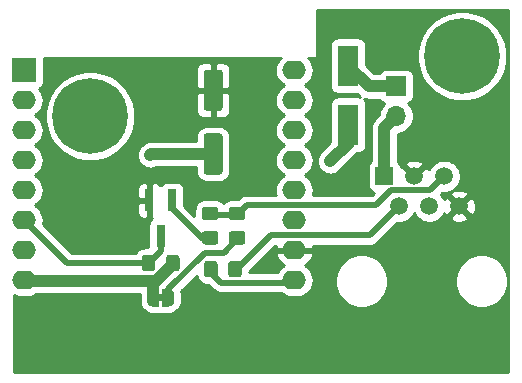
<source format=gbr>
%TF.GenerationSoftware,KiCad,Pcbnew,(5.1.9)-1*%
%TF.CreationDate,2021-10-26T11:54:14+02:00*%
%TF.ProjectId,DSMR-esp,44534d52-2d65-4737-902e-6b696361645f,rev?*%
%TF.SameCoordinates,Original*%
%TF.FileFunction,Copper,L1,Top*%
%TF.FilePolarity,Positive*%
%FSLAX46Y46*%
G04 Gerber Fmt 4.6, Leading zero omitted, Abs format (unit mm)*
G04 Created by KiCad (PCBNEW (5.1.9)-1) date 2021-10-26 11:54:14*
%MOMM*%
%LPD*%
G01*
G04 APERTURE LIST*
%TA.AperFunction,EtchedComponent*%
%ADD10C,0.100000*%
%TD*%
%TA.AperFunction,ComponentPad*%
%ADD11O,1.700000X1.700000*%
%TD*%
%TA.AperFunction,ComponentPad*%
%ADD12R,1.700000X1.700000*%
%TD*%
%TA.AperFunction,ComponentPad*%
%ADD13C,0.800000*%
%TD*%
%TA.AperFunction,ComponentPad*%
%ADD14C,6.400000*%
%TD*%
%TA.AperFunction,SMDPad,CuDef*%
%ADD15R,0.800000X1.900000*%
%TD*%
%TA.AperFunction,SMDPad,CuDef*%
%ADD16R,1.800000X3.500000*%
%TD*%
%TA.AperFunction,ComponentPad*%
%ADD17O,2.000000X1.600000*%
%TD*%
%TA.AperFunction,ComponentPad*%
%ADD18R,2.000000X2.000000*%
%TD*%
%TA.AperFunction,SMDPad,CuDef*%
%ADD19C,0.100000*%
%TD*%
%TA.AperFunction,ComponentPad*%
%ADD20R,1.520000X1.520000*%
%TD*%
%TA.AperFunction,ComponentPad*%
%ADD21C,1.520000*%
%TD*%
%TA.AperFunction,ViaPad*%
%ADD22C,0.800000*%
%TD*%
%TA.AperFunction,Conductor*%
%ADD23C,0.500000*%
%TD*%
%TA.AperFunction,Conductor*%
%ADD24C,1.000000*%
%TD*%
%TA.AperFunction,Conductor*%
%ADD25C,0.254000*%
%TD*%
%TA.AperFunction,Conductor*%
%ADD26C,0.100000*%
%TD*%
G04 APERTURE END LIST*
D10*
%TO.C,JP1*%
G36*
X42287000Y-52659000D02*
G01*
X41787000Y-52659000D01*
X41787000Y-53259000D01*
X42287000Y-53259000D01*
X42287000Y-52659000D01*
G37*
%TD*%
D11*
%TO.P,JP2,2*%
%TO.N,5V_DSMR*%
X61976000Y-37592000D03*
D12*
%TO.P,JP2,1*%
%TO.N,Net-(D1-Pad2)*%
X61976000Y-35052000D03*
%TD*%
D13*
%TO.P,H2,1*%
%TO.N,N/C*%
X69261056Y-30814944D03*
X67564000Y-30112000D03*
X65866944Y-30814944D03*
X65164000Y-32512000D03*
X65866944Y-34209056D03*
X67564000Y-34912000D03*
X69261056Y-34209056D03*
X69964000Y-32512000D03*
D14*
X67564000Y-32512000D03*
%TD*%
D13*
%TO.P,H1,1*%
%TO.N,N/C*%
X37765056Y-35894944D03*
X36068000Y-35192000D03*
X34370944Y-35894944D03*
X33668000Y-37592000D03*
X34370944Y-39289056D03*
X36068000Y-39992000D03*
X37765056Y-39289056D03*
X38468000Y-37592000D03*
D14*
X36068000Y-37592000D03*
%TD*%
D15*
%TO.P,Q1,3*%
%TO.N,RX*%
X42037000Y-47728000D03*
%TO.P,Q1,2*%
%TO.N,GND*%
X41087000Y-44728000D03*
%TO.P,Q1,1*%
%TO.N,Net-(Q1-Pad1)*%
X42987000Y-44728000D03*
%TD*%
D16*
%TO.P,D1,2*%
%TO.N,Net-(D1-Pad2)*%
X57912000Y-33314000D03*
%TO.P,D1,1*%
%TO.N,+5V*%
X57912000Y-38314000D03*
%TD*%
%TO.P,R4,2*%
%TO.N,+5V*%
%TA.AperFunction,SMDPad,CuDef*%
G36*
G01*
X46857500Y-50095999D02*
X46857500Y-50996001D01*
G75*
G02*
X46607501Y-51246000I-249999J0D01*
G01*
X45957499Y-51246000D01*
G75*
G02*
X45707500Y-50996001I0J249999D01*
G01*
X45707500Y-50095999D01*
G75*
G02*
X45957499Y-49846000I249999J0D01*
G01*
X46607501Y-49846000D01*
G75*
G02*
X46857500Y-50095999I0J-249999D01*
G01*
G37*
%TD.AperFunction*%
%TO.P,R4,1*%
%TO.N,DATA_REQ*%
%TA.AperFunction,SMDPad,CuDef*%
G36*
G01*
X48907500Y-50095999D02*
X48907500Y-50996001D01*
G75*
G02*
X48657501Y-51246000I-249999J0D01*
G01*
X48007499Y-51246000D01*
G75*
G02*
X47757500Y-50996001I0J249999D01*
G01*
X47757500Y-50095999D01*
G75*
G02*
X48007499Y-49846000I249999J0D01*
G01*
X48657501Y-49846000D01*
G75*
G02*
X48907500Y-50095999I0J-249999D01*
G01*
G37*
%TD.AperFunction*%
%TD*%
%TO.P,C1,2*%
%TO.N,GND*%
%TA.AperFunction,SMDPad,CuDef*%
G36*
G01*
X47032000Y-37150000D02*
X45932000Y-37150000D01*
G75*
G02*
X45682000Y-36900000I0J250000D01*
G01*
X45682000Y-33900000D01*
G75*
G02*
X45932000Y-33650000I250000J0D01*
G01*
X47032000Y-33650000D01*
G75*
G02*
X47282000Y-33900000I0J-250000D01*
G01*
X47282000Y-36900000D01*
G75*
G02*
X47032000Y-37150000I-250000J0D01*
G01*
G37*
%TD.AperFunction*%
%TO.P,C1,1*%
%TO.N,+3V3*%
%TA.AperFunction,SMDPad,CuDef*%
G36*
G01*
X47032000Y-42550000D02*
X45932000Y-42550000D01*
G75*
G02*
X45682000Y-42300000I0J250000D01*
G01*
X45682000Y-39300000D01*
G75*
G02*
X45932000Y-39050000I250000J0D01*
G01*
X47032000Y-39050000D01*
G75*
G02*
X47282000Y-39300000I0J-250000D01*
G01*
X47282000Y-42300000D01*
G75*
G02*
X47032000Y-42550000I-250000J0D01*
G01*
G37*
%TD.AperFunction*%
%TD*%
D17*
%TO.P,U1,16*%
%TO.N,N/C*%
X53361000Y-33702000D03*
%TO.P,U1,15*%
X53361000Y-36242000D03*
%TO.P,U1,14*%
X53361000Y-38782000D03*
%TO.P,U1,13*%
X53361000Y-41322000D03*
%TO.P,U1,12*%
X53361000Y-43862000D03*
%TO.P,U1,11*%
X53361000Y-46402000D03*
%TO.P,U1,10*%
%TO.N,GND*%
X53361000Y-48942000D03*
%TO.P,U1,9*%
%TO.N,+5V*%
X53361000Y-51482000D03*
%TO.P,U1,8*%
%TO.N,+3V3*%
X30501000Y-51482000D03*
%TO.P,U1,7*%
%TO.N,N/C*%
X30501000Y-48942000D03*
%TO.P,U1,6*%
%TO.N,RX*%
X30501000Y-46402000D03*
%TO.P,U1,5*%
%TO.N,N/C*%
X30501000Y-43862000D03*
%TO.P,U1,4*%
X30501000Y-41322000D03*
%TO.P,U1,3*%
X30501000Y-38782000D03*
D18*
%TO.P,U1,1*%
X30501000Y-33702000D03*
D17*
%TO.P,U1,2*%
X30501000Y-36242000D03*
%TD*%
%TO.P,R3,2*%
%TO.N,Net-(JP1-Pad2)*%
%TA.AperFunction,SMDPad,CuDef*%
G36*
G01*
X48063999Y-47313000D02*
X48964001Y-47313000D01*
G75*
G02*
X49214000Y-47562999I0J-249999D01*
G01*
X49214000Y-48213001D01*
G75*
G02*
X48964001Y-48463000I-249999J0D01*
G01*
X48063999Y-48463000D01*
G75*
G02*
X47814000Y-48213001I0J249999D01*
G01*
X47814000Y-47562999D01*
G75*
G02*
X48063999Y-47313000I249999J0D01*
G01*
G37*
%TD.AperFunction*%
%TO.P,R3,1*%
%TO.N,DATA*%
%TA.AperFunction,SMDPad,CuDef*%
G36*
G01*
X48063999Y-45263000D02*
X48964001Y-45263000D01*
G75*
G02*
X49214000Y-45512999I0J-249999D01*
G01*
X49214000Y-46163001D01*
G75*
G02*
X48964001Y-46413000I-249999J0D01*
G01*
X48063999Y-46413000D01*
G75*
G02*
X47814000Y-46163001I0J249999D01*
G01*
X47814000Y-45512999D01*
G75*
G02*
X48063999Y-45263000I249999J0D01*
G01*
G37*
%TD.AperFunction*%
%TD*%
%TO.P,R2,2*%
%TO.N,Net-(Q1-Pad1)*%
%TA.AperFunction,SMDPad,CuDef*%
G36*
G01*
X45777999Y-47313000D02*
X46678001Y-47313000D01*
G75*
G02*
X46928000Y-47562999I0J-249999D01*
G01*
X46928000Y-48213001D01*
G75*
G02*
X46678001Y-48463000I-249999J0D01*
G01*
X45777999Y-48463000D01*
G75*
G02*
X45528000Y-48213001I0J249999D01*
G01*
X45528000Y-47562999D01*
G75*
G02*
X45777999Y-47313000I249999J0D01*
G01*
G37*
%TD.AperFunction*%
%TO.P,R2,1*%
%TO.N,DATA*%
%TA.AperFunction,SMDPad,CuDef*%
G36*
G01*
X45777999Y-45263000D02*
X46678001Y-45263000D01*
G75*
G02*
X46928000Y-45512999I0J-249999D01*
G01*
X46928000Y-46163001D01*
G75*
G02*
X46678001Y-46413000I-249999J0D01*
G01*
X45777999Y-46413000D01*
G75*
G02*
X45528000Y-46163001I0J249999D01*
G01*
X45528000Y-45512999D01*
G75*
G02*
X45777999Y-45263000I249999J0D01*
G01*
G37*
%TD.AperFunction*%
%TD*%
%TO.P,R1,2*%
%TO.N,+3V3*%
%TA.AperFunction,SMDPad,CuDef*%
G36*
G01*
X42487000Y-50488001D02*
X42487000Y-49587999D01*
G75*
G02*
X42736999Y-49338000I249999J0D01*
G01*
X43387001Y-49338000D01*
G75*
G02*
X43637000Y-49587999I0J-249999D01*
G01*
X43637000Y-50488001D01*
G75*
G02*
X43387001Y-50738000I-249999J0D01*
G01*
X42736999Y-50738000D01*
G75*
G02*
X42487000Y-50488001I0J249999D01*
G01*
G37*
%TD.AperFunction*%
%TO.P,R1,1*%
%TO.N,RX*%
%TA.AperFunction,SMDPad,CuDef*%
G36*
G01*
X40437000Y-50488001D02*
X40437000Y-49587999D01*
G75*
G02*
X40686999Y-49338000I249999J0D01*
G01*
X41337001Y-49338000D01*
G75*
G02*
X41587000Y-49587999I0J-249999D01*
G01*
X41587000Y-50488001D01*
G75*
G02*
X41337001Y-50738000I-249999J0D01*
G01*
X40686999Y-50738000D01*
G75*
G02*
X40437000Y-50488001I0J249999D01*
G01*
G37*
%TD.AperFunction*%
%TD*%
%TA.AperFunction,SMDPad,CuDef*%
D19*
%TO.P,JP1,1*%
%TO.N,+3V3*%
G36*
X41887000Y-53709000D02*
G01*
X41387000Y-53709000D01*
X41387000Y-53708398D01*
X41362466Y-53708398D01*
X41313635Y-53703588D01*
X41265510Y-53694016D01*
X41218555Y-53679772D01*
X41173222Y-53660995D01*
X41129949Y-53637864D01*
X41089150Y-53610604D01*
X41051221Y-53579476D01*
X41016524Y-53544779D01*
X40985396Y-53506850D01*
X40958136Y-53466051D01*
X40935005Y-53422778D01*
X40916228Y-53377445D01*
X40901984Y-53330490D01*
X40892412Y-53282365D01*
X40887602Y-53233534D01*
X40887602Y-53209000D01*
X40887000Y-53209000D01*
X40887000Y-52709000D01*
X40887602Y-52709000D01*
X40887602Y-52684466D01*
X40892412Y-52635635D01*
X40901984Y-52587510D01*
X40916228Y-52540555D01*
X40935005Y-52495222D01*
X40958136Y-52451949D01*
X40985396Y-52411150D01*
X41016524Y-52373221D01*
X41051221Y-52338524D01*
X41089150Y-52307396D01*
X41129949Y-52280136D01*
X41173222Y-52257005D01*
X41218555Y-52238228D01*
X41265510Y-52223984D01*
X41313635Y-52214412D01*
X41362466Y-52209602D01*
X41387000Y-52209602D01*
X41387000Y-52209000D01*
X41887000Y-52209000D01*
X41887000Y-53709000D01*
G37*
%TD.AperFunction*%
%TA.AperFunction,SMDPad,CuDef*%
%TO.P,JP1,2*%
%TO.N,Net-(JP1-Pad2)*%
G36*
X42687000Y-52209602D02*
G01*
X42711534Y-52209602D01*
X42760365Y-52214412D01*
X42808490Y-52223984D01*
X42855445Y-52238228D01*
X42900778Y-52257005D01*
X42944051Y-52280136D01*
X42984850Y-52307396D01*
X43022779Y-52338524D01*
X43057476Y-52373221D01*
X43088604Y-52411150D01*
X43115864Y-52451949D01*
X43138995Y-52495222D01*
X43157772Y-52540555D01*
X43172016Y-52587510D01*
X43181588Y-52635635D01*
X43186398Y-52684466D01*
X43186398Y-52709000D01*
X43187000Y-52709000D01*
X43187000Y-53209000D01*
X43186398Y-53209000D01*
X43186398Y-53233534D01*
X43181588Y-53282365D01*
X43172016Y-53330490D01*
X43157772Y-53377445D01*
X43138995Y-53422778D01*
X43115864Y-53466051D01*
X43088604Y-53506850D01*
X43057476Y-53544779D01*
X43022779Y-53579476D01*
X42984850Y-53610604D01*
X42944051Y-53637864D01*
X42900778Y-53660995D01*
X42855445Y-53679772D01*
X42808490Y-53694016D01*
X42760365Y-53703588D01*
X42711534Y-53708398D01*
X42687000Y-53708398D01*
X42687000Y-53709000D01*
X42187000Y-53709000D01*
X42187000Y-52209000D01*
X42687000Y-52209000D01*
X42687000Y-52209602D01*
G37*
%TD.AperFunction*%
%TD*%
D20*
%TO.P,J1,1*%
%TO.N,5V_DSMR*%
X60960000Y-42672000D03*
D21*
%TO.P,J1,2*%
%TO.N,DATA_REQ*%
X62230000Y-45212000D03*
%TO.P,J1,3*%
%TO.N,GND*%
X63500000Y-42672000D03*
%TO.P,J1,4*%
%TO.N,N/C*%
X64770000Y-45212000D03*
%TO.P,J1,5*%
%TO.N,DATA*%
X66040000Y-42672000D03*
%TO.P,J1,6*%
%TO.N,GND*%
X67310000Y-45212000D03*
%TD*%
D22*
%TO.N,GND*%
X39624000Y-44704000D03*
X33020000Y-46482000D03*
X39370000Y-53340000D03*
X32258000Y-53340000D03*
X51435000Y-50165000D03*
%TO.N,+3V3*%
X41148000Y-40894000D03*
%TO.N,+5V*%
X56387998Y-41402000D03*
%TD*%
D23*
%TO.N,DATA_REQ*%
X51384200Y-47675800D02*
X48514000Y-50546000D01*
X48514000Y-50546000D02*
X48332500Y-50546000D01*
X59766200Y-47675800D02*
X51384200Y-47675800D01*
X62230000Y-45212000D02*
X59766200Y-47675800D01*
%TO.N,DATA*%
X49366990Y-45112010D02*
X48514000Y-45965000D01*
X60297990Y-45112010D02*
X49366990Y-45112010D01*
X48514000Y-45965000D02*
X46228000Y-45965000D01*
X61527999Y-43882001D02*
X60297990Y-45112010D01*
X64829999Y-43882001D02*
X61527999Y-43882001D01*
X66040000Y-42672000D02*
X64829999Y-43882001D01*
%TO.N,Net-(JP1-Pad2)*%
X47380000Y-49149000D02*
X48514000Y-48015000D01*
X45768117Y-49149000D02*
X47380000Y-49149000D01*
X42687000Y-52230117D02*
X45768117Y-49149000D01*
X42687000Y-52959000D02*
X42687000Y-52230117D01*
%TO.N,RX*%
X41003000Y-50038000D02*
X34137000Y-50038000D01*
X41012000Y-50029000D02*
X41003000Y-50038000D01*
X34137000Y-50038000D02*
X30501000Y-46402000D01*
X41012000Y-50038000D02*
X41012000Y-50029000D01*
X42037000Y-49013000D02*
X41012000Y-50038000D01*
X42037000Y-47990000D02*
X42037000Y-49013000D01*
%TO.N,Net-(Q1-Pad1)*%
X45602000Y-48015000D02*
X46228000Y-48015000D01*
X42987000Y-45400000D02*
X45602000Y-48015000D01*
X42987000Y-44728000D02*
X42987000Y-45400000D01*
D24*
%TO.N,+3V3*%
X41387000Y-52959000D02*
X41387000Y-51713000D01*
X30530200Y-51511200D02*
X41588800Y-51511200D01*
X30501000Y-51482000D02*
X30530200Y-51511200D01*
X46482000Y-40800000D02*
X41242000Y-40800000D01*
X41242000Y-40800000D02*
X41148000Y-40894000D01*
X43062000Y-50106520D02*
X43062000Y-50038000D01*
X41659530Y-51508990D02*
X43062000Y-50106520D01*
X41591010Y-51508990D02*
X41659530Y-51508990D01*
X41387000Y-51713000D02*
X41591010Y-51508990D01*
%TO.N,5V_DSMR*%
X60960000Y-38608000D02*
X61976000Y-37592000D01*
X60960000Y-42672000D02*
X60960000Y-38608000D01*
%TO.N,+5V*%
X57952000Y-39837998D02*
X56387998Y-41402000D01*
X57952000Y-37846000D02*
X57952000Y-39837998D01*
D23*
X53146990Y-51696010D02*
X53361000Y-51482000D01*
X47124010Y-51696010D02*
X53146990Y-51696010D01*
X46282500Y-50854500D02*
X47124010Y-51696010D01*
X46282500Y-50546000D02*
X46282500Y-50854500D01*
D24*
%TO.N,Net-(D1-Pad2)*%
X59650000Y-35052000D02*
X57912000Y-33314000D01*
X61976000Y-35052000D02*
X59650000Y-35052000D01*
%TD*%
D25*
%TO.N,GND*%
X71476000Y-59284000D02*
X29616000Y-59284000D01*
X29616000Y-52742989D01*
X29749192Y-52814182D01*
X30019691Y-52896236D01*
X30230508Y-52917000D01*
X30771492Y-52917000D01*
X30982309Y-52896236D01*
X31252808Y-52814182D01*
X31502101Y-52680932D01*
X31544422Y-52646200D01*
X40252000Y-52646200D01*
X40252000Y-52653249D01*
X40251336Y-52659991D01*
X40251336Y-52684550D01*
X40248928Y-52709000D01*
X40248928Y-53209000D01*
X40251336Y-53233450D01*
X40251336Y-53258009D01*
X40263596Y-53382490D01*
X40282718Y-53478623D01*
X40319027Y-53598319D01*
X40356536Y-53688875D01*
X40415502Y-53799192D01*
X40469958Y-53880691D01*
X40549310Y-53977382D01*
X40618618Y-54046690D01*
X40715309Y-54126042D01*
X40796808Y-54180498D01*
X40907125Y-54239464D01*
X40997681Y-54276973D01*
X41117377Y-54313282D01*
X41213510Y-54332404D01*
X41337991Y-54344664D01*
X41362550Y-54344664D01*
X41387000Y-54347072D01*
X41887000Y-54347072D01*
X42011482Y-54334812D01*
X42037000Y-54327071D01*
X42062518Y-54334812D01*
X42187000Y-54347072D01*
X42687000Y-54347072D01*
X42711450Y-54344664D01*
X42736009Y-54344664D01*
X42860490Y-54332404D01*
X42956623Y-54313282D01*
X43076319Y-54276973D01*
X43166875Y-54239464D01*
X43277192Y-54180498D01*
X43358691Y-54126042D01*
X43455382Y-54046690D01*
X43524690Y-53977382D01*
X43604042Y-53880691D01*
X43658498Y-53799192D01*
X43717464Y-53688875D01*
X43754973Y-53598319D01*
X43791282Y-53478623D01*
X43810404Y-53382490D01*
X43822664Y-53258009D01*
X43822664Y-53233450D01*
X43825072Y-53209000D01*
X43825072Y-52709000D01*
X43822664Y-52684550D01*
X43822664Y-52659991D01*
X43810404Y-52535510D01*
X43791282Y-52439377D01*
X43776860Y-52391835D01*
X45078687Y-51090009D01*
X45086492Y-51169255D01*
X45137028Y-51335851D01*
X45219095Y-51489387D01*
X45329538Y-51623962D01*
X45464113Y-51734405D01*
X45617649Y-51816472D01*
X45784245Y-51867008D01*
X45957499Y-51884072D01*
X46060494Y-51884072D01*
X46467480Y-52291059D01*
X46495193Y-52324827D01*
X46528961Y-52352540D01*
X46528963Y-52352542D01*
X46612531Y-52421125D01*
X46629951Y-52435421D01*
X46783697Y-52517599D01*
X46950520Y-52568205D01*
X47080533Y-52581010D01*
X47080541Y-52581010D01*
X47124010Y-52585291D01*
X47167479Y-52581010D01*
X52238144Y-52581010D01*
X52359899Y-52680932D01*
X52609192Y-52814182D01*
X52879691Y-52896236D01*
X53090508Y-52917000D01*
X53631492Y-52917000D01*
X53842309Y-52896236D01*
X54112808Y-52814182D01*
X54362101Y-52680932D01*
X54580608Y-52501608D01*
X54759932Y-52283101D01*
X54893182Y-52033808D01*
X54975236Y-51763309D01*
X55002943Y-51482000D01*
X54988899Y-51339409D01*
X56790000Y-51339409D01*
X56790000Y-51784591D01*
X56876851Y-52221218D01*
X57047214Y-52632511D01*
X57294544Y-53002666D01*
X57609334Y-53317456D01*
X57979489Y-53564786D01*
X58390782Y-53735149D01*
X58827409Y-53822000D01*
X59272591Y-53822000D01*
X59709218Y-53735149D01*
X60120511Y-53564786D01*
X60490666Y-53317456D01*
X60805456Y-53002666D01*
X61052786Y-52632511D01*
X61223149Y-52221218D01*
X61310000Y-51784591D01*
X61310000Y-51339409D01*
X66950000Y-51339409D01*
X66950000Y-51784591D01*
X67036851Y-52221218D01*
X67207214Y-52632511D01*
X67454544Y-53002666D01*
X67769334Y-53317456D01*
X68139489Y-53564786D01*
X68550782Y-53735149D01*
X68987409Y-53822000D01*
X69432591Y-53822000D01*
X69869218Y-53735149D01*
X70280511Y-53564786D01*
X70650666Y-53317456D01*
X70965456Y-53002666D01*
X71212786Y-52632511D01*
X71383149Y-52221218D01*
X71470000Y-51784591D01*
X71470000Y-51339409D01*
X71383149Y-50902782D01*
X71212786Y-50491489D01*
X70965456Y-50121334D01*
X70650666Y-49806544D01*
X70280511Y-49559214D01*
X69869218Y-49388851D01*
X69432591Y-49302000D01*
X68987409Y-49302000D01*
X68550782Y-49388851D01*
X68139489Y-49559214D01*
X67769334Y-49806544D01*
X67454544Y-50121334D01*
X67207214Y-50491489D01*
X67036851Y-50902782D01*
X66950000Y-51339409D01*
X61310000Y-51339409D01*
X61223149Y-50902782D01*
X61052786Y-50491489D01*
X60805456Y-50121334D01*
X60490666Y-49806544D01*
X60120511Y-49559214D01*
X59709218Y-49388851D01*
X59272591Y-49302000D01*
X58827409Y-49302000D01*
X58390782Y-49388851D01*
X57979489Y-49559214D01*
X57609334Y-49806544D01*
X57294544Y-50121334D01*
X57047214Y-50491489D01*
X56876851Y-50902782D01*
X56790000Y-51339409D01*
X54988899Y-51339409D01*
X54975236Y-51200691D01*
X54893182Y-50930192D01*
X54759932Y-50680899D01*
X54580608Y-50462392D01*
X54362101Y-50283068D01*
X54232655Y-50213878D01*
X54250227Y-50206430D01*
X54483662Y-50047673D01*
X54681639Y-49846425D01*
X54836551Y-49610421D01*
X54942444Y-49348730D01*
X54952904Y-49291039D01*
X54830915Y-49069000D01*
X53488000Y-49069000D01*
X53488000Y-49089000D01*
X53234000Y-49089000D01*
X53234000Y-49069000D01*
X51891085Y-49069000D01*
X51769096Y-49291039D01*
X51779556Y-49348730D01*
X51885449Y-49610421D01*
X52040361Y-49846425D01*
X52238338Y-50047673D01*
X52471773Y-50206430D01*
X52489345Y-50213878D01*
X52359899Y-50283068D01*
X52141392Y-50462392D01*
X51962068Y-50680899D01*
X51892522Y-50811010D01*
X49545572Y-50811010D01*
X49545572Y-50766006D01*
X51750779Y-48560800D01*
X51774927Y-48560800D01*
X51769096Y-48592961D01*
X51891085Y-48815000D01*
X53234000Y-48815000D01*
X53234000Y-48795000D01*
X53488000Y-48795000D01*
X53488000Y-48815000D01*
X54830915Y-48815000D01*
X54952904Y-48592961D01*
X54947073Y-48560800D01*
X59722731Y-48560800D01*
X59766200Y-48565081D01*
X59809669Y-48560800D01*
X59809677Y-48560800D01*
X59939690Y-48547995D01*
X60106513Y-48497389D01*
X60260259Y-48415211D01*
X60395017Y-48304617D01*
X60422734Y-48270844D01*
X62087578Y-46606000D01*
X62092604Y-46607000D01*
X62367396Y-46607000D01*
X62636907Y-46553391D01*
X62890780Y-46448233D01*
X63119261Y-46295567D01*
X63313567Y-46101261D01*
X63466233Y-45872780D01*
X63500000Y-45791260D01*
X63533767Y-45872780D01*
X63686433Y-46101261D01*
X63880739Y-46295567D01*
X64109220Y-46448233D01*
X64363093Y-46553391D01*
X64632604Y-46607000D01*
X64907396Y-46607000D01*
X65176907Y-46553391D01*
X65430780Y-46448233D01*
X65659261Y-46295567D01*
X65778691Y-46176137D01*
X66525469Y-46176137D01*
X66592206Y-46416025D01*
X66840892Y-46532924D01*
X67107606Y-46599061D01*
X67382097Y-46611895D01*
X67653817Y-46570931D01*
X67912326Y-46477744D01*
X68027794Y-46416025D01*
X68094531Y-46176137D01*
X67310000Y-45391605D01*
X66525469Y-46176137D01*
X65778691Y-46176137D01*
X65853567Y-46101261D01*
X66006233Y-45872780D01*
X66037830Y-45796499D01*
X66044256Y-45814326D01*
X66105975Y-45929794D01*
X66345863Y-45996531D01*
X67130395Y-45212000D01*
X67489605Y-45212000D01*
X68274137Y-45996531D01*
X68514025Y-45929794D01*
X68630924Y-45681108D01*
X68697061Y-45414394D01*
X68709895Y-45139903D01*
X68668931Y-44868183D01*
X68575744Y-44609674D01*
X68514025Y-44494206D01*
X68274137Y-44427469D01*
X67489605Y-45212000D01*
X67130395Y-45212000D01*
X66345863Y-44427469D01*
X66105975Y-44494206D01*
X66040400Y-44633707D01*
X66006233Y-44551220D01*
X65853567Y-44322739D01*
X65778691Y-44247863D01*
X66525469Y-44247863D01*
X67310000Y-45032395D01*
X68094531Y-44247863D01*
X68027794Y-44007975D01*
X67779108Y-43891076D01*
X67512394Y-43824939D01*
X67237903Y-43812105D01*
X66966183Y-43853069D01*
X66707674Y-43946256D01*
X66592206Y-44007975D01*
X66525469Y-44247863D01*
X65778691Y-44247863D01*
X65747203Y-44216375D01*
X65897578Y-44066000D01*
X65902604Y-44067000D01*
X66177396Y-44067000D01*
X66446907Y-44013391D01*
X66700780Y-43908233D01*
X66929261Y-43755567D01*
X67123567Y-43561261D01*
X67276233Y-43332780D01*
X67381391Y-43078907D01*
X67435000Y-42809396D01*
X67435000Y-42534604D01*
X67381391Y-42265093D01*
X67276233Y-42011220D01*
X67123567Y-41782739D01*
X66929261Y-41588433D01*
X66700780Y-41435767D01*
X66446907Y-41330609D01*
X66177396Y-41277000D01*
X65902604Y-41277000D01*
X65633093Y-41330609D01*
X65379220Y-41435767D01*
X65150739Y-41588433D01*
X64956433Y-41782739D01*
X64803767Y-42011220D01*
X64772170Y-42087501D01*
X64765744Y-42069674D01*
X64704025Y-41954206D01*
X64464137Y-41887469D01*
X63679605Y-42672000D01*
X63693748Y-42686143D01*
X63514143Y-42865748D01*
X63500000Y-42851605D01*
X63485858Y-42865748D01*
X63306253Y-42686143D01*
X63320395Y-42672000D01*
X62535863Y-41887469D01*
X62358072Y-41936931D01*
X62358072Y-41912000D01*
X62345812Y-41787518D01*
X62321649Y-41707863D01*
X62715469Y-41707863D01*
X63500000Y-42492395D01*
X64284531Y-41707863D01*
X64217794Y-41467975D01*
X63969108Y-41351076D01*
X63702394Y-41284939D01*
X63427903Y-41272105D01*
X63156183Y-41313069D01*
X62897674Y-41406256D01*
X62782206Y-41467975D01*
X62715469Y-41707863D01*
X62321649Y-41707863D01*
X62309502Y-41667820D01*
X62250537Y-41557506D01*
X62171185Y-41460815D01*
X62095000Y-41398292D01*
X62095000Y-39078131D01*
X62096131Y-39077000D01*
X62122260Y-39077000D01*
X62409158Y-39019932D01*
X62679411Y-38907990D01*
X62922632Y-38745475D01*
X63129475Y-38538632D01*
X63291990Y-38295411D01*
X63403932Y-38025158D01*
X63461000Y-37738260D01*
X63461000Y-37445740D01*
X63403932Y-37158842D01*
X63291990Y-36888589D01*
X63129475Y-36645368D01*
X62997620Y-36513513D01*
X63070180Y-36491502D01*
X63180494Y-36432537D01*
X63277185Y-36353185D01*
X63356537Y-36256494D01*
X63415502Y-36146180D01*
X63451812Y-36026482D01*
X63464072Y-35902000D01*
X63464072Y-34202000D01*
X63451812Y-34077518D01*
X63415502Y-33957820D01*
X63356537Y-33847506D01*
X63277185Y-33750815D01*
X63180494Y-33671463D01*
X63070180Y-33612498D01*
X62950482Y-33576188D01*
X62826000Y-33563928D01*
X61126000Y-33563928D01*
X61001518Y-33576188D01*
X60881820Y-33612498D01*
X60771506Y-33671463D01*
X60674815Y-33750815D01*
X60595463Y-33847506D01*
X60558317Y-33917000D01*
X60120132Y-33917000D01*
X59450072Y-33246941D01*
X59450072Y-32134285D01*
X63729000Y-32134285D01*
X63729000Y-32889715D01*
X63876377Y-33630628D01*
X64165467Y-34328554D01*
X64585161Y-34956670D01*
X65119330Y-35490839D01*
X65747446Y-35910533D01*
X66445372Y-36199623D01*
X67186285Y-36347000D01*
X67941715Y-36347000D01*
X68682628Y-36199623D01*
X69380554Y-35910533D01*
X70008670Y-35490839D01*
X70542839Y-34956670D01*
X70962533Y-34328554D01*
X71251623Y-33630628D01*
X71399000Y-32889715D01*
X71399000Y-32134285D01*
X71251623Y-31393372D01*
X70962533Y-30695446D01*
X70542839Y-30067330D01*
X70008670Y-29533161D01*
X69380554Y-29113467D01*
X68682628Y-28824377D01*
X67941715Y-28677000D01*
X67186285Y-28677000D01*
X66445372Y-28824377D01*
X65747446Y-29113467D01*
X65119330Y-29533161D01*
X64585161Y-30067330D01*
X64165467Y-30695446D01*
X63876377Y-31393372D01*
X63729000Y-32134285D01*
X59450072Y-32134285D01*
X59450072Y-31564000D01*
X59437812Y-31439518D01*
X59401502Y-31319820D01*
X59342537Y-31209506D01*
X59263185Y-31112815D01*
X59166494Y-31033463D01*
X59056180Y-30974498D01*
X58936482Y-30938188D01*
X58812000Y-30925928D01*
X57012000Y-30925928D01*
X56887518Y-30938188D01*
X56767820Y-30974498D01*
X56657506Y-31033463D01*
X56560815Y-31112815D01*
X56481463Y-31209506D01*
X56422498Y-31319820D01*
X56386188Y-31439518D01*
X56373928Y-31564000D01*
X56373928Y-35064000D01*
X56386188Y-35188482D01*
X56422498Y-35308180D01*
X56481463Y-35418494D01*
X56560815Y-35515185D01*
X56657506Y-35594537D01*
X56767820Y-35653502D01*
X56887518Y-35689812D01*
X57012000Y-35702072D01*
X58694940Y-35702072D01*
X58808009Y-35815140D01*
X58843551Y-35858449D01*
X58943194Y-35940224D01*
X58936482Y-35938188D01*
X58812000Y-35925928D01*
X57012000Y-35925928D01*
X56887518Y-35938188D01*
X56767820Y-35974498D01*
X56657506Y-36033463D01*
X56560815Y-36112815D01*
X56481463Y-36209506D01*
X56422498Y-36319820D01*
X56386188Y-36439518D01*
X56373928Y-36564000D01*
X56373928Y-39810938D01*
X55546010Y-40638857D01*
X55439715Y-40768378D01*
X55334322Y-40965554D01*
X55269421Y-41179502D01*
X55247507Y-41402000D01*
X55269421Y-41624498D01*
X55334322Y-41838446D01*
X55439715Y-42035622D01*
X55581550Y-42208448D01*
X55754376Y-42350283D01*
X55951552Y-42455676D01*
X56165500Y-42520577D01*
X56387998Y-42542491D01*
X56610496Y-42520577D01*
X56824444Y-42455676D01*
X57021620Y-42350283D01*
X57151141Y-42243988D01*
X58693058Y-40702072D01*
X58812000Y-40702072D01*
X58936482Y-40689812D01*
X59056180Y-40653502D01*
X59166494Y-40594537D01*
X59263185Y-40515185D01*
X59342537Y-40418494D01*
X59401502Y-40308180D01*
X59437812Y-40188482D01*
X59450072Y-40064000D01*
X59450072Y-36564000D01*
X59437812Y-36439518D01*
X59401502Y-36319820D01*
X59342537Y-36209506D01*
X59271836Y-36123356D01*
X59347076Y-36146180D01*
X59427500Y-36170577D01*
X59448493Y-36172644D01*
X59594248Y-36187000D01*
X59594255Y-36187000D01*
X59649999Y-36192490D01*
X59705743Y-36187000D01*
X60558317Y-36187000D01*
X60595463Y-36256494D01*
X60674815Y-36353185D01*
X60771506Y-36432537D01*
X60881820Y-36491502D01*
X60954380Y-36513513D01*
X60822525Y-36645368D01*
X60660010Y-36888589D01*
X60548068Y-37158842D01*
X60491000Y-37445740D01*
X60491000Y-37471869D01*
X60196860Y-37766009D01*
X60153552Y-37801551D01*
X60011717Y-37974377D01*
X60008231Y-37980899D01*
X59906324Y-38171554D01*
X59841423Y-38385502D01*
X59819509Y-38608000D01*
X59825001Y-38663761D01*
X59825000Y-41398292D01*
X59748815Y-41460815D01*
X59669463Y-41557506D01*
X59610498Y-41667820D01*
X59574188Y-41787518D01*
X59561928Y-41912000D01*
X59561928Y-43432000D01*
X59574188Y-43556482D01*
X59610498Y-43676180D01*
X59669463Y-43786494D01*
X59748815Y-43883185D01*
X59845506Y-43962537D01*
X59955820Y-44021502D01*
X60075518Y-44057812D01*
X60098360Y-44060062D01*
X59931412Y-44227010D01*
X54949846Y-44227010D01*
X54975236Y-44143309D01*
X55002943Y-43862000D01*
X54975236Y-43580691D01*
X54893182Y-43310192D01*
X54759932Y-43060899D01*
X54580608Y-42842392D01*
X54362101Y-42663068D01*
X54229142Y-42592000D01*
X54362101Y-42520932D01*
X54580608Y-42341608D01*
X54759932Y-42123101D01*
X54893182Y-41873808D01*
X54975236Y-41603309D01*
X55002943Y-41322000D01*
X54975236Y-41040691D01*
X54893182Y-40770192D01*
X54759932Y-40520899D01*
X54580608Y-40302392D01*
X54362101Y-40123068D01*
X54229142Y-40052000D01*
X54362101Y-39980932D01*
X54580608Y-39801608D01*
X54759932Y-39583101D01*
X54893182Y-39333808D01*
X54975236Y-39063309D01*
X55002943Y-38782000D01*
X54975236Y-38500691D01*
X54893182Y-38230192D01*
X54759932Y-37980899D01*
X54580608Y-37762392D01*
X54362101Y-37583068D01*
X54229142Y-37512000D01*
X54362101Y-37440932D01*
X54580608Y-37261608D01*
X54759932Y-37043101D01*
X54893182Y-36793808D01*
X54975236Y-36523309D01*
X55002943Y-36242000D01*
X54975236Y-35960691D01*
X54893182Y-35690192D01*
X54759932Y-35440899D01*
X54580608Y-35222392D01*
X54362101Y-35043068D01*
X54229142Y-34972000D01*
X54362101Y-34900932D01*
X54580608Y-34721608D01*
X54759932Y-34503101D01*
X54893182Y-34253808D01*
X54975236Y-33983309D01*
X55002943Y-33702000D01*
X54975236Y-33420691D01*
X54893182Y-33150192D01*
X54759932Y-32900899D01*
X54580608Y-32682392D01*
X54527735Y-32639000D01*
X55118000Y-32639000D01*
X55142776Y-32636560D01*
X55166601Y-32629333D01*
X55188557Y-32617597D01*
X55207803Y-32601803D01*
X55223597Y-32582557D01*
X55235333Y-32560601D01*
X55242560Y-32536776D01*
X55245000Y-32512000D01*
X55245000Y-28600000D01*
X71476001Y-28600000D01*
X71476000Y-59284000D01*
%TA.AperFunction,Conductor*%
D26*
G36*
X71476000Y-59284000D02*
G01*
X29616000Y-59284000D01*
X29616000Y-52742989D01*
X29749192Y-52814182D01*
X30019691Y-52896236D01*
X30230508Y-52917000D01*
X30771492Y-52917000D01*
X30982309Y-52896236D01*
X31252808Y-52814182D01*
X31502101Y-52680932D01*
X31544422Y-52646200D01*
X40252000Y-52646200D01*
X40252000Y-52653249D01*
X40251336Y-52659991D01*
X40251336Y-52684550D01*
X40248928Y-52709000D01*
X40248928Y-53209000D01*
X40251336Y-53233450D01*
X40251336Y-53258009D01*
X40263596Y-53382490D01*
X40282718Y-53478623D01*
X40319027Y-53598319D01*
X40356536Y-53688875D01*
X40415502Y-53799192D01*
X40469958Y-53880691D01*
X40549310Y-53977382D01*
X40618618Y-54046690D01*
X40715309Y-54126042D01*
X40796808Y-54180498D01*
X40907125Y-54239464D01*
X40997681Y-54276973D01*
X41117377Y-54313282D01*
X41213510Y-54332404D01*
X41337991Y-54344664D01*
X41362550Y-54344664D01*
X41387000Y-54347072D01*
X41887000Y-54347072D01*
X42011482Y-54334812D01*
X42037000Y-54327071D01*
X42062518Y-54334812D01*
X42187000Y-54347072D01*
X42687000Y-54347072D01*
X42711450Y-54344664D01*
X42736009Y-54344664D01*
X42860490Y-54332404D01*
X42956623Y-54313282D01*
X43076319Y-54276973D01*
X43166875Y-54239464D01*
X43277192Y-54180498D01*
X43358691Y-54126042D01*
X43455382Y-54046690D01*
X43524690Y-53977382D01*
X43604042Y-53880691D01*
X43658498Y-53799192D01*
X43717464Y-53688875D01*
X43754973Y-53598319D01*
X43791282Y-53478623D01*
X43810404Y-53382490D01*
X43822664Y-53258009D01*
X43822664Y-53233450D01*
X43825072Y-53209000D01*
X43825072Y-52709000D01*
X43822664Y-52684550D01*
X43822664Y-52659991D01*
X43810404Y-52535510D01*
X43791282Y-52439377D01*
X43776860Y-52391835D01*
X45078687Y-51090009D01*
X45086492Y-51169255D01*
X45137028Y-51335851D01*
X45219095Y-51489387D01*
X45329538Y-51623962D01*
X45464113Y-51734405D01*
X45617649Y-51816472D01*
X45784245Y-51867008D01*
X45957499Y-51884072D01*
X46060494Y-51884072D01*
X46467480Y-52291059D01*
X46495193Y-52324827D01*
X46528961Y-52352540D01*
X46528963Y-52352542D01*
X46612531Y-52421125D01*
X46629951Y-52435421D01*
X46783697Y-52517599D01*
X46950520Y-52568205D01*
X47080533Y-52581010D01*
X47080541Y-52581010D01*
X47124010Y-52585291D01*
X47167479Y-52581010D01*
X52238144Y-52581010D01*
X52359899Y-52680932D01*
X52609192Y-52814182D01*
X52879691Y-52896236D01*
X53090508Y-52917000D01*
X53631492Y-52917000D01*
X53842309Y-52896236D01*
X54112808Y-52814182D01*
X54362101Y-52680932D01*
X54580608Y-52501608D01*
X54759932Y-52283101D01*
X54893182Y-52033808D01*
X54975236Y-51763309D01*
X55002943Y-51482000D01*
X54988899Y-51339409D01*
X56790000Y-51339409D01*
X56790000Y-51784591D01*
X56876851Y-52221218D01*
X57047214Y-52632511D01*
X57294544Y-53002666D01*
X57609334Y-53317456D01*
X57979489Y-53564786D01*
X58390782Y-53735149D01*
X58827409Y-53822000D01*
X59272591Y-53822000D01*
X59709218Y-53735149D01*
X60120511Y-53564786D01*
X60490666Y-53317456D01*
X60805456Y-53002666D01*
X61052786Y-52632511D01*
X61223149Y-52221218D01*
X61310000Y-51784591D01*
X61310000Y-51339409D01*
X66950000Y-51339409D01*
X66950000Y-51784591D01*
X67036851Y-52221218D01*
X67207214Y-52632511D01*
X67454544Y-53002666D01*
X67769334Y-53317456D01*
X68139489Y-53564786D01*
X68550782Y-53735149D01*
X68987409Y-53822000D01*
X69432591Y-53822000D01*
X69869218Y-53735149D01*
X70280511Y-53564786D01*
X70650666Y-53317456D01*
X70965456Y-53002666D01*
X71212786Y-52632511D01*
X71383149Y-52221218D01*
X71470000Y-51784591D01*
X71470000Y-51339409D01*
X71383149Y-50902782D01*
X71212786Y-50491489D01*
X70965456Y-50121334D01*
X70650666Y-49806544D01*
X70280511Y-49559214D01*
X69869218Y-49388851D01*
X69432591Y-49302000D01*
X68987409Y-49302000D01*
X68550782Y-49388851D01*
X68139489Y-49559214D01*
X67769334Y-49806544D01*
X67454544Y-50121334D01*
X67207214Y-50491489D01*
X67036851Y-50902782D01*
X66950000Y-51339409D01*
X61310000Y-51339409D01*
X61223149Y-50902782D01*
X61052786Y-50491489D01*
X60805456Y-50121334D01*
X60490666Y-49806544D01*
X60120511Y-49559214D01*
X59709218Y-49388851D01*
X59272591Y-49302000D01*
X58827409Y-49302000D01*
X58390782Y-49388851D01*
X57979489Y-49559214D01*
X57609334Y-49806544D01*
X57294544Y-50121334D01*
X57047214Y-50491489D01*
X56876851Y-50902782D01*
X56790000Y-51339409D01*
X54988899Y-51339409D01*
X54975236Y-51200691D01*
X54893182Y-50930192D01*
X54759932Y-50680899D01*
X54580608Y-50462392D01*
X54362101Y-50283068D01*
X54232655Y-50213878D01*
X54250227Y-50206430D01*
X54483662Y-50047673D01*
X54681639Y-49846425D01*
X54836551Y-49610421D01*
X54942444Y-49348730D01*
X54952904Y-49291039D01*
X54830915Y-49069000D01*
X53488000Y-49069000D01*
X53488000Y-49089000D01*
X53234000Y-49089000D01*
X53234000Y-49069000D01*
X51891085Y-49069000D01*
X51769096Y-49291039D01*
X51779556Y-49348730D01*
X51885449Y-49610421D01*
X52040361Y-49846425D01*
X52238338Y-50047673D01*
X52471773Y-50206430D01*
X52489345Y-50213878D01*
X52359899Y-50283068D01*
X52141392Y-50462392D01*
X51962068Y-50680899D01*
X51892522Y-50811010D01*
X49545572Y-50811010D01*
X49545572Y-50766006D01*
X51750779Y-48560800D01*
X51774927Y-48560800D01*
X51769096Y-48592961D01*
X51891085Y-48815000D01*
X53234000Y-48815000D01*
X53234000Y-48795000D01*
X53488000Y-48795000D01*
X53488000Y-48815000D01*
X54830915Y-48815000D01*
X54952904Y-48592961D01*
X54947073Y-48560800D01*
X59722731Y-48560800D01*
X59766200Y-48565081D01*
X59809669Y-48560800D01*
X59809677Y-48560800D01*
X59939690Y-48547995D01*
X60106513Y-48497389D01*
X60260259Y-48415211D01*
X60395017Y-48304617D01*
X60422734Y-48270844D01*
X62087578Y-46606000D01*
X62092604Y-46607000D01*
X62367396Y-46607000D01*
X62636907Y-46553391D01*
X62890780Y-46448233D01*
X63119261Y-46295567D01*
X63313567Y-46101261D01*
X63466233Y-45872780D01*
X63500000Y-45791260D01*
X63533767Y-45872780D01*
X63686433Y-46101261D01*
X63880739Y-46295567D01*
X64109220Y-46448233D01*
X64363093Y-46553391D01*
X64632604Y-46607000D01*
X64907396Y-46607000D01*
X65176907Y-46553391D01*
X65430780Y-46448233D01*
X65659261Y-46295567D01*
X65778691Y-46176137D01*
X66525469Y-46176137D01*
X66592206Y-46416025D01*
X66840892Y-46532924D01*
X67107606Y-46599061D01*
X67382097Y-46611895D01*
X67653817Y-46570931D01*
X67912326Y-46477744D01*
X68027794Y-46416025D01*
X68094531Y-46176137D01*
X67310000Y-45391605D01*
X66525469Y-46176137D01*
X65778691Y-46176137D01*
X65853567Y-46101261D01*
X66006233Y-45872780D01*
X66037830Y-45796499D01*
X66044256Y-45814326D01*
X66105975Y-45929794D01*
X66345863Y-45996531D01*
X67130395Y-45212000D01*
X67489605Y-45212000D01*
X68274137Y-45996531D01*
X68514025Y-45929794D01*
X68630924Y-45681108D01*
X68697061Y-45414394D01*
X68709895Y-45139903D01*
X68668931Y-44868183D01*
X68575744Y-44609674D01*
X68514025Y-44494206D01*
X68274137Y-44427469D01*
X67489605Y-45212000D01*
X67130395Y-45212000D01*
X66345863Y-44427469D01*
X66105975Y-44494206D01*
X66040400Y-44633707D01*
X66006233Y-44551220D01*
X65853567Y-44322739D01*
X65778691Y-44247863D01*
X66525469Y-44247863D01*
X67310000Y-45032395D01*
X68094531Y-44247863D01*
X68027794Y-44007975D01*
X67779108Y-43891076D01*
X67512394Y-43824939D01*
X67237903Y-43812105D01*
X66966183Y-43853069D01*
X66707674Y-43946256D01*
X66592206Y-44007975D01*
X66525469Y-44247863D01*
X65778691Y-44247863D01*
X65747203Y-44216375D01*
X65897578Y-44066000D01*
X65902604Y-44067000D01*
X66177396Y-44067000D01*
X66446907Y-44013391D01*
X66700780Y-43908233D01*
X66929261Y-43755567D01*
X67123567Y-43561261D01*
X67276233Y-43332780D01*
X67381391Y-43078907D01*
X67435000Y-42809396D01*
X67435000Y-42534604D01*
X67381391Y-42265093D01*
X67276233Y-42011220D01*
X67123567Y-41782739D01*
X66929261Y-41588433D01*
X66700780Y-41435767D01*
X66446907Y-41330609D01*
X66177396Y-41277000D01*
X65902604Y-41277000D01*
X65633093Y-41330609D01*
X65379220Y-41435767D01*
X65150739Y-41588433D01*
X64956433Y-41782739D01*
X64803767Y-42011220D01*
X64772170Y-42087501D01*
X64765744Y-42069674D01*
X64704025Y-41954206D01*
X64464137Y-41887469D01*
X63679605Y-42672000D01*
X63693748Y-42686143D01*
X63514143Y-42865748D01*
X63500000Y-42851605D01*
X63485858Y-42865748D01*
X63306253Y-42686143D01*
X63320395Y-42672000D01*
X62535863Y-41887469D01*
X62358072Y-41936931D01*
X62358072Y-41912000D01*
X62345812Y-41787518D01*
X62321649Y-41707863D01*
X62715469Y-41707863D01*
X63500000Y-42492395D01*
X64284531Y-41707863D01*
X64217794Y-41467975D01*
X63969108Y-41351076D01*
X63702394Y-41284939D01*
X63427903Y-41272105D01*
X63156183Y-41313069D01*
X62897674Y-41406256D01*
X62782206Y-41467975D01*
X62715469Y-41707863D01*
X62321649Y-41707863D01*
X62309502Y-41667820D01*
X62250537Y-41557506D01*
X62171185Y-41460815D01*
X62095000Y-41398292D01*
X62095000Y-39078131D01*
X62096131Y-39077000D01*
X62122260Y-39077000D01*
X62409158Y-39019932D01*
X62679411Y-38907990D01*
X62922632Y-38745475D01*
X63129475Y-38538632D01*
X63291990Y-38295411D01*
X63403932Y-38025158D01*
X63461000Y-37738260D01*
X63461000Y-37445740D01*
X63403932Y-37158842D01*
X63291990Y-36888589D01*
X63129475Y-36645368D01*
X62997620Y-36513513D01*
X63070180Y-36491502D01*
X63180494Y-36432537D01*
X63277185Y-36353185D01*
X63356537Y-36256494D01*
X63415502Y-36146180D01*
X63451812Y-36026482D01*
X63464072Y-35902000D01*
X63464072Y-34202000D01*
X63451812Y-34077518D01*
X63415502Y-33957820D01*
X63356537Y-33847506D01*
X63277185Y-33750815D01*
X63180494Y-33671463D01*
X63070180Y-33612498D01*
X62950482Y-33576188D01*
X62826000Y-33563928D01*
X61126000Y-33563928D01*
X61001518Y-33576188D01*
X60881820Y-33612498D01*
X60771506Y-33671463D01*
X60674815Y-33750815D01*
X60595463Y-33847506D01*
X60558317Y-33917000D01*
X60120132Y-33917000D01*
X59450072Y-33246941D01*
X59450072Y-32134285D01*
X63729000Y-32134285D01*
X63729000Y-32889715D01*
X63876377Y-33630628D01*
X64165467Y-34328554D01*
X64585161Y-34956670D01*
X65119330Y-35490839D01*
X65747446Y-35910533D01*
X66445372Y-36199623D01*
X67186285Y-36347000D01*
X67941715Y-36347000D01*
X68682628Y-36199623D01*
X69380554Y-35910533D01*
X70008670Y-35490839D01*
X70542839Y-34956670D01*
X70962533Y-34328554D01*
X71251623Y-33630628D01*
X71399000Y-32889715D01*
X71399000Y-32134285D01*
X71251623Y-31393372D01*
X70962533Y-30695446D01*
X70542839Y-30067330D01*
X70008670Y-29533161D01*
X69380554Y-29113467D01*
X68682628Y-28824377D01*
X67941715Y-28677000D01*
X67186285Y-28677000D01*
X66445372Y-28824377D01*
X65747446Y-29113467D01*
X65119330Y-29533161D01*
X64585161Y-30067330D01*
X64165467Y-30695446D01*
X63876377Y-31393372D01*
X63729000Y-32134285D01*
X59450072Y-32134285D01*
X59450072Y-31564000D01*
X59437812Y-31439518D01*
X59401502Y-31319820D01*
X59342537Y-31209506D01*
X59263185Y-31112815D01*
X59166494Y-31033463D01*
X59056180Y-30974498D01*
X58936482Y-30938188D01*
X58812000Y-30925928D01*
X57012000Y-30925928D01*
X56887518Y-30938188D01*
X56767820Y-30974498D01*
X56657506Y-31033463D01*
X56560815Y-31112815D01*
X56481463Y-31209506D01*
X56422498Y-31319820D01*
X56386188Y-31439518D01*
X56373928Y-31564000D01*
X56373928Y-35064000D01*
X56386188Y-35188482D01*
X56422498Y-35308180D01*
X56481463Y-35418494D01*
X56560815Y-35515185D01*
X56657506Y-35594537D01*
X56767820Y-35653502D01*
X56887518Y-35689812D01*
X57012000Y-35702072D01*
X58694940Y-35702072D01*
X58808009Y-35815140D01*
X58843551Y-35858449D01*
X58943194Y-35940224D01*
X58936482Y-35938188D01*
X58812000Y-35925928D01*
X57012000Y-35925928D01*
X56887518Y-35938188D01*
X56767820Y-35974498D01*
X56657506Y-36033463D01*
X56560815Y-36112815D01*
X56481463Y-36209506D01*
X56422498Y-36319820D01*
X56386188Y-36439518D01*
X56373928Y-36564000D01*
X56373928Y-39810938D01*
X55546010Y-40638857D01*
X55439715Y-40768378D01*
X55334322Y-40965554D01*
X55269421Y-41179502D01*
X55247507Y-41402000D01*
X55269421Y-41624498D01*
X55334322Y-41838446D01*
X55439715Y-42035622D01*
X55581550Y-42208448D01*
X55754376Y-42350283D01*
X55951552Y-42455676D01*
X56165500Y-42520577D01*
X56387998Y-42542491D01*
X56610496Y-42520577D01*
X56824444Y-42455676D01*
X57021620Y-42350283D01*
X57151141Y-42243988D01*
X58693058Y-40702072D01*
X58812000Y-40702072D01*
X58936482Y-40689812D01*
X59056180Y-40653502D01*
X59166494Y-40594537D01*
X59263185Y-40515185D01*
X59342537Y-40418494D01*
X59401502Y-40308180D01*
X59437812Y-40188482D01*
X59450072Y-40064000D01*
X59450072Y-36564000D01*
X59437812Y-36439518D01*
X59401502Y-36319820D01*
X59342537Y-36209506D01*
X59271836Y-36123356D01*
X59347076Y-36146180D01*
X59427500Y-36170577D01*
X59448493Y-36172644D01*
X59594248Y-36187000D01*
X59594255Y-36187000D01*
X59649999Y-36192490D01*
X59705743Y-36187000D01*
X60558317Y-36187000D01*
X60595463Y-36256494D01*
X60674815Y-36353185D01*
X60771506Y-36432537D01*
X60881820Y-36491502D01*
X60954380Y-36513513D01*
X60822525Y-36645368D01*
X60660010Y-36888589D01*
X60548068Y-37158842D01*
X60491000Y-37445740D01*
X60491000Y-37471869D01*
X60196860Y-37766009D01*
X60153552Y-37801551D01*
X60011717Y-37974377D01*
X60008231Y-37980899D01*
X59906324Y-38171554D01*
X59841423Y-38385502D01*
X59819509Y-38608000D01*
X59825001Y-38663761D01*
X59825000Y-41398292D01*
X59748815Y-41460815D01*
X59669463Y-41557506D01*
X59610498Y-41667820D01*
X59574188Y-41787518D01*
X59561928Y-41912000D01*
X59561928Y-43432000D01*
X59574188Y-43556482D01*
X59610498Y-43676180D01*
X59669463Y-43786494D01*
X59748815Y-43883185D01*
X59845506Y-43962537D01*
X59955820Y-44021502D01*
X60075518Y-44057812D01*
X60098360Y-44060062D01*
X59931412Y-44227010D01*
X54949846Y-44227010D01*
X54975236Y-44143309D01*
X55002943Y-43862000D01*
X54975236Y-43580691D01*
X54893182Y-43310192D01*
X54759932Y-43060899D01*
X54580608Y-42842392D01*
X54362101Y-42663068D01*
X54229142Y-42592000D01*
X54362101Y-42520932D01*
X54580608Y-42341608D01*
X54759932Y-42123101D01*
X54893182Y-41873808D01*
X54975236Y-41603309D01*
X55002943Y-41322000D01*
X54975236Y-41040691D01*
X54893182Y-40770192D01*
X54759932Y-40520899D01*
X54580608Y-40302392D01*
X54362101Y-40123068D01*
X54229142Y-40052000D01*
X54362101Y-39980932D01*
X54580608Y-39801608D01*
X54759932Y-39583101D01*
X54893182Y-39333808D01*
X54975236Y-39063309D01*
X55002943Y-38782000D01*
X54975236Y-38500691D01*
X54893182Y-38230192D01*
X54759932Y-37980899D01*
X54580608Y-37762392D01*
X54362101Y-37583068D01*
X54229142Y-37512000D01*
X54362101Y-37440932D01*
X54580608Y-37261608D01*
X54759932Y-37043101D01*
X54893182Y-36793808D01*
X54975236Y-36523309D01*
X55002943Y-36242000D01*
X54975236Y-35960691D01*
X54893182Y-35690192D01*
X54759932Y-35440899D01*
X54580608Y-35222392D01*
X54362101Y-35043068D01*
X54229142Y-34972000D01*
X54362101Y-34900932D01*
X54580608Y-34721608D01*
X54759932Y-34503101D01*
X54893182Y-34253808D01*
X54975236Y-33983309D01*
X55002943Y-33702000D01*
X54975236Y-33420691D01*
X54893182Y-33150192D01*
X54759932Y-32900899D01*
X54580608Y-32682392D01*
X54527735Y-32639000D01*
X55118000Y-32639000D01*
X55142776Y-32636560D01*
X55166601Y-32629333D01*
X55188557Y-32617597D01*
X55207803Y-32601803D01*
X55223597Y-32582557D01*
X55235333Y-32560601D01*
X55242560Y-32536776D01*
X55245000Y-32512000D01*
X55245000Y-28600000D01*
X71476001Y-28600000D01*
X71476000Y-59284000D01*
G37*
%TD.AperFunction*%
D25*
X52141392Y-32682392D02*
X51962068Y-32900899D01*
X51828818Y-33150192D01*
X51746764Y-33420691D01*
X51719057Y-33702000D01*
X51746764Y-33983309D01*
X51828818Y-34253808D01*
X51962068Y-34503101D01*
X52141392Y-34721608D01*
X52359899Y-34900932D01*
X52492858Y-34972000D01*
X52359899Y-35043068D01*
X52141392Y-35222392D01*
X51962068Y-35440899D01*
X51828818Y-35690192D01*
X51746764Y-35960691D01*
X51719057Y-36242000D01*
X51746764Y-36523309D01*
X51828818Y-36793808D01*
X51962068Y-37043101D01*
X52141392Y-37261608D01*
X52359899Y-37440932D01*
X52492858Y-37512000D01*
X52359899Y-37583068D01*
X52141392Y-37762392D01*
X51962068Y-37980899D01*
X51828818Y-38230192D01*
X51746764Y-38500691D01*
X51719057Y-38782000D01*
X51746764Y-39063309D01*
X51828818Y-39333808D01*
X51962068Y-39583101D01*
X52141392Y-39801608D01*
X52359899Y-39980932D01*
X52492858Y-40052000D01*
X52359899Y-40123068D01*
X52141392Y-40302392D01*
X51962068Y-40520899D01*
X51828818Y-40770192D01*
X51746764Y-41040691D01*
X51719057Y-41322000D01*
X51746764Y-41603309D01*
X51828818Y-41873808D01*
X51962068Y-42123101D01*
X52141392Y-42341608D01*
X52359899Y-42520932D01*
X52492858Y-42592000D01*
X52359899Y-42663068D01*
X52141392Y-42842392D01*
X51962068Y-43060899D01*
X51828818Y-43310192D01*
X51746764Y-43580691D01*
X51719057Y-43862000D01*
X51746764Y-44143309D01*
X51772154Y-44227010D01*
X49410456Y-44227010D01*
X49366989Y-44222729D01*
X49323523Y-44227010D01*
X49323513Y-44227010D01*
X49193500Y-44239815D01*
X49026677Y-44290421D01*
X48872931Y-44372599D01*
X48872929Y-44372600D01*
X48872930Y-44372600D01*
X48771943Y-44455478D01*
X48771941Y-44455480D01*
X48738173Y-44483193D01*
X48710460Y-44516961D01*
X48602493Y-44624928D01*
X48063999Y-44624928D01*
X47890745Y-44641992D01*
X47724149Y-44692528D01*
X47570613Y-44774595D01*
X47436038Y-44885038D01*
X47371000Y-44964287D01*
X47305962Y-44885038D01*
X47171387Y-44774595D01*
X47017851Y-44692528D01*
X46851255Y-44641992D01*
X46678001Y-44624928D01*
X45777999Y-44624928D01*
X45604745Y-44641992D01*
X45438149Y-44692528D01*
X45284613Y-44774595D01*
X45150038Y-44885038D01*
X45039595Y-45019613D01*
X44957528Y-45173149D01*
X44906992Y-45339745D01*
X44889928Y-45512999D01*
X44889928Y-46051350D01*
X44025072Y-45186494D01*
X44025072Y-43778000D01*
X44012812Y-43653518D01*
X43976502Y-43533820D01*
X43917537Y-43423506D01*
X43838185Y-43326815D01*
X43741494Y-43247463D01*
X43631180Y-43188498D01*
X43511482Y-43152188D01*
X43387000Y-43139928D01*
X42587000Y-43139928D01*
X42462518Y-43152188D01*
X42342820Y-43188498D01*
X42232506Y-43247463D01*
X42135815Y-43326815D01*
X42056463Y-43423506D01*
X42037000Y-43459918D01*
X42017537Y-43423506D01*
X41938185Y-43326815D01*
X41841494Y-43247463D01*
X41731180Y-43188498D01*
X41611482Y-43152188D01*
X41487000Y-43139928D01*
X41372750Y-43143000D01*
X41214000Y-43301750D01*
X41214000Y-44601000D01*
X41234000Y-44601000D01*
X41234000Y-44855000D01*
X41214000Y-44855000D01*
X41214000Y-46154250D01*
X41298607Y-46238857D01*
X41282506Y-46247463D01*
X41185815Y-46326815D01*
X41106463Y-46423506D01*
X41047498Y-46533820D01*
X41011188Y-46653518D01*
X40998928Y-46778000D01*
X40998928Y-48678000D01*
X41001088Y-48699928D01*
X40686999Y-48699928D01*
X40513745Y-48716992D01*
X40347149Y-48767528D01*
X40193613Y-48849595D01*
X40059038Y-48960038D01*
X39948595Y-49094613D01*
X39917386Y-49153000D01*
X34503579Y-49153000D01*
X32096303Y-46745724D01*
X32115236Y-46683309D01*
X32142943Y-46402000D01*
X32115236Y-46120691D01*
X32033182Y-45850192D01*
X31941144Y-45678000D01*
X40048928Y-45678000D01*
X40061188Y-45802482D01*
X40097498Y-45922180D01*
X40156463Y-46032494D01*
X40235815Y-46129185D01*
X40332506Y-46208537D01*
X40442820Y-46267502D01*
X40562518Y-46303812D01*
X40687000Y-46316072D01*
X40801250Y-46313000D01*
X40960000Y-46154250D01*
X40960000Y-44855000D01*
X40210750Y-44855000D01*
X40052000Y-45013750D01*
X40048928Y-45678000D01*
X31941144Y-45678000D01*
X31899932Y-45600899D01*
X31720608Y-45382392D01*
X31502101Y-45203068D01*
X31369142Y-45132000D01*
X31502101Y-45060932D01*
X31720608Y-44881608D01*
X31899932Y-44663101D01*
X32033182Y-44413808D01*
X32115236Y-44143309D01*
X32142943Y-43862000D01*
X32134670Y-43778000D01*
X40048928Y-43778000D01*
X40052000Y-44442250D01*
X40210750Y-44601000D01*
X40960000Y-44601000D01*
X40960000Y-43301750D01*
X40801250Y-43143000D01*
X40687000Y-43139928D01*
X40562518Y-43152188D01*
X40442820Y-43188498D01*
X40332506Y-43247463D01*
X40235815Y-43326815D01*
X40156463Y-43423506D01*
X40097498Y-43533820D01*
X40061188Y-43653518D01*
X40048928Y-43778000D01*
X32134670Y-43778000D01*
X32115236Y-43580691D01*
X32033182Y-43310192D01*
X31899932Y-43060899D01*
X31720608Y-42842392D01*
X31502101Y-42663068D01*
X31369142Y-42592000D01*
X31502101Y-42520932D01*
X31720608Y-42341608D01*
X31899932Y-42123101D01*
X32033182Y-41873808D01*
X32115236Y-41603309D01*
X32142943Y-41322000D01*
X32115236Y-41040691D01*
X32033182Y-40770192D01*
X31899932Y-40520899D01*
X31720608Y-40302392D01*
X31502101Y-40123068D01*
X31369142Y-40052000D01*
X31502101Y-39980932D01*
X31720608Y-39801608D01*
X31899932Y-39583101D01*
X32033182Y-39333808D01*
X32115236Y-39063309D01*
X32142943Y-38782000D01*
X32115236Y-38500691D01*
X32033182Y-38230192D01*
X31899932Y-37980899D01*
X31720608Y-37762392D01*
X31502101Y-37583068D01*
X31369142Y-37512000D01*
X31502101Y-37440932D01*
X31720608Y-37261608D01*
X31759444Y-37214285D01*
X32233000Y-37214285D01*
X32233000Y-37969715D01*
X32380377Y-38710628D01*
X32669467Y-39408554D01*
X33089161Y-40036670D01*
X33623330Y-40570839D01*
X34251446Y-40990533D01*
X34949372Y-41279623D01*
X35690285Y-41427000D01*
X36445715Y-41427000D01*
X37186628Y-41279623D01*
X37884554Y-40990533D01*
X38029025Y-40894000D01*
X40007509Y-40894000D01*
X40029423Y-41116498D01*
X40094324Y-41330446D01*
X40199717Y-41527622D01*
X40341552Y-41700448D01*
X40514378Y-41842283D01*
X40711554Y-41947676D01*
X40925502Y-42012577D01*
X41148000Y-42034491D01*
X41370498Y-42012577D01*
X41584446Y-41947676D01*
X41608161Y-41935000D01*
X45043928Y-41935000D01*
X45043928Y-42300000D01*
X45060992Y-42473254D01*
X45111528Y-42639850D01*
X45193595Y-42793386D01*
X45304038Y-42927962D01*
X45438614Y-43038405D01*
X45592150Y-43120472D01*
X45758746Y-43171008D01*
X45932000Y-43188072D01*
X47032000Y-43188072D01*
X47205254Y-43171008D01*
X47371850Y-43120472D01*
X47525386Y-43038405D01*
X47659962Y-42927962D01*
X47770405Y-42793386D01*
X47852472Y-42639850D01*
X47903008Y-42473254D01*
X47920072Y-42300000D01*
X47920072Y-39300000D01*
X47903008Y-39126746D01*
X47852472Y-38960150D01*
X47770405Y-38806614D01*
X47659962Y-38672038D01*
X47525386Y-38561595D01*
X47371850Y-38479528D01*
X47205254Y-38428992D01*
X47032000Y-38411928D01*
X45932000Y-38411928D01*
X45758746Y-38428992D01*
X45592150Y-38479528D01*
X45438614Y-38561595D01*
X45304038Y-38672038D01*
X45193595Y-38806614D01*
X45111528Y-38960150D01*
X45060992Y-39126746D01*
X45043928Y-39300000D01*
X45043928Y-39665000D01*
X41297751Y-39665000D01*
X41241999Y-39659509D01*
X41186248Y-39665000D01*
X41019501Y-39681423D01*
X40805553Y-39746324D01*
X40608377Y-39851716D01*
X40435551Y-39993551D01*
X40400004Y-40036865D01*
X40306012Y-40130857D01*
X40199717Y-40260378D01*
X40094324Y-40457554D01*
X40029423Y-40671502D01*
X40007509Y-40894000D01*
X38029025Y-40894000D01*
X38512670Y-40570839D01*
X39046839Y-40036670D01*
X39466533Y-39408554D01*
X39755623Y-38710628D01*
X39903000Y-37969715D01*
X39903000Y-37214285D01*
X39890213Y-37150000D01*
X45043928Y-37150000D01*
X45056188Y-37274482D01*
X45092498Y-37394180D01*
X45151463Y-37504494D01*
X45230815Y-37601185D01*
X45327506Y-37680537D01*
X45437820Y-37739502D01*
X45557518Y-37775812D01*
X45682000Y-37788072D01*
X46196250Y-37785000D01*
X46355000Y-37626250D01*
X46355000Y-35527000D01*
X46609000Y-35527000D01*
X46609000Y-37626250D01*
X46767750Y-37785000D01*
X47282000Y-37788072D01*
X47406482Y-37775812D01*
X47526180Y-37739502D01*
X47636494Y-37680537D01*
X47733185Y-37601185D01*
X47812537Y-37504494D01*
X47871502Y-37394180D01*
X47907812Y-37274482D01*
X47920072Y-37150000D01*
X47917000Y-35685750D01*
X47758250Y-35527000D01*
X46609000Y-35527000D01*
X46355000Y-35527000D01*
X45205750Y-35527000D01*
X45047000Y-35685750D01*
X45043928Y-37150000D01*
X39890213Y-37150000D01*
X39755623Y-36473372D01*
X39466533Y-35775446D01*
X39046839Y-35147330D01*
X38512670Y-34613161D01*
X37884554Y-34193467D01*
X37186628Y-33904377D01*
X36445715Y-33757000D01*
X35690285Y-33757000D01*
X34949372Y-33904377D01*
X34251446Y-34193467D01*
X33623330Y-34613161D01*
X33089161Y-35147330D01*
X32669467Y-35775446D01*
X32380377Y-36473372D01*
X32233000Y-37214285D01*
X31759444Y-37214285D01*
X31899932Y-37043101D01*
X32033182Y-36793808D01*
X32115236Y-36523309D01*
X32142943Y-36242000D01*
X32115236Y-35960691D01*
X32033182Y-35690192D01*
X31899932Y-35440899D01*
X31767524Y-35279559D01*
X31855494Y-35232537D01*
X31952185Y-35153185D01*
X32031537Y-35056494D01*
X32090502Y-34946180D01*
X32126812Y-34826482D01*
X32139072Y-34702000D01*
X32139072Y-33650000D01*
X45043928Y-33650000D01*
X45047000Y-35114250D01*
X45205750Y-35273000D01*
X46355000Y-35273000D01*
X46355000Y-33173750D01*
X46609000Y-33173750D01*
X46609000Y-35273000D01*
X47758250Y-35273000D01*
X47917000Y-35114250D01*
X47920072Y-33650000D01*
X47907812Y-33525518D01*
X47871502Y-33405820D01*
X47812537Y-33295506D01*
X47733185Y-33198815D01*
X47636494Y-33119463D01*
X47526180Y-33060498D01*
X47406482Y-33024188D01*
X47282000Y-33011928D01*
X46767750Y-33015000D01*
X46609000Y-33173750D01*
X46355000Y-33173750D01*
X46196250Y-33015000D01*
X45682000Y-33011928D01*
X45557518Y-33024188D01*
X45437820Y-33060498D01*
X45327506Y-33119463D01*
X45230815Y-33198815D01*
X45151463Y-33295506D01*
X45092498Y-33405820D01*
X45056188Y-33525518D01*
X45043928Y-33650000D01*
X32139072Y-33650000D01*
X32139072Y-32702000D01*
X32132867Y-32639000D01*
X52194265Y-32639000D01*
X52141392Y-32682392D01*
%TA.AperFunction,Conductor*%
D26*
G36*
X52141392Y-32682392D02*
G01*
X51962068Y-32900899D01*
X51828818Y-33150192D01*
X51746764Y-33420691D01*
X51719057Y-33702000D01*
X51746764Y-33983309D01*
X51828818Y-34253808D01*
X51962068Y-34503101D01*
X52141392Y-34721608D01*
X52359899Y-34900932D01*
X52492858Y-34972000D01*
X52359899Y-35043068D01*
X52141392Y-35222392D01*
X51962068Y-35440899D01*
X51828818Y-35690192D01*
X51746764Y-35960691D01*
X51719057Y-36242000D01*
X51746764Y-36523309D01*
X51828818Y-36793808D01*
X51962068Y-37043101D01*
X52141392Y-37261608D01*
X52359899Y-37440932D01*
X52492858Y-37512000D01*
X52359899Y-37583068D01*
X52141392Y-37762392D01*
X51962068Y-37980899D01*
X51828818Y-38230192D01*
X51746764Y-38500691D01*
X51719057Y-38782000D01*
X51746764Y-39063309D01*
X51828818Y-39333808D01*
X51962068Y-39583101D01*
X52141392Y-39801608D01*
X52359899Y-39980932D01*
X52492858Y-40052000D01*
X52359899Y-40123068D01*
X52141392Y-40302392D01*
X51962068Y-40520899D01*
X51828818Y-40770192D01*
X51746764Y-41040691D01*
X51719057Y-41322000D01*
X51746764Y-41603309D01*
X51828818Y-41873808D01*
X51962068Y-42123101D01*
X52141392Y-42341608D01*
X52359899Y-42520932D01*
X52492858Y-42592000D01*
X52359899Y-42663068D01*
X52141392Y-42842392D01*
X51962068Y-43060899D01*
X51828818Y-43310192D01*
X51746764Y-43580691D01*
X51719057Y-43862000D01*
X51746764Y-44143309D01*
X51772154Y-44227010D01*
X49410456Y-44227010D01*
X49366989Y-44222729D01*
X49323523Y-44227010D01*
X49323513Y-44227010D01*
X49193500Y-44239815D01*
X49026677Y-44290421D01*
X48872931Y-44372599D01*
X48872929Y-44372600D01*
X48872930Y-44372600D01*
X48771943Y-44455478D01*
X48771941Y-44455480D01*
X48738173Y-44483193D01*
X48710460Y-44516961D01*
X48602493Y-44624928D01*
X48063999Y-44624928D01*
X47890745Y-44641992D01*
X47724149Y-44692528D01*
X47570613Y-44774595D01*
X47436038Y-44885038D01*
X47371000Y-44964287D01*
X47305962Y-44885038D01*
X47171387Y-44774595D01*
X47017851Y-44692528D01*
X46851255Y-44641992D01*
X46678001Y-44624928D01*
X45777999Y-44624928D01*
X45604745Y-44641992D01*
X45438149Y-44692528D01*
X45284613Y-44774595D01*
X45150038Y-44885038D01*
X45039595Y-45019613D01*
X44957528Y-45173149D01*
X44906992Y-45339745D01*
X44889928Y-45512999D01*
X44889928Y-46051350D01*
X44025072Y-45186494D01*
X44025072Y-43778000D01*
X44012812Y-43653518D01*
X43976502Y-43533820D01*
X43917537Y-43423506D01*
X43838185Y-43326815D01*
X43741494Y-43247463D01*
X43631180Y-43188498D01*
X43511482Y-43152188D01*
X43387000Y-43139928D01*
X42587000Y-43139928D01*
X42462518Y-43152188D01*
X42342820Y-43188498D01*
X42232506Y-43247463D01*
X42135815Y-43326815D01*
X42056463Y-43423506D01*
X42037000Y-43459918D01*
X42017537Y-43423506D01*
X41938185Y-43326815D01*
X41841494Y-43247463D01*
X41731180Y-43188498D01*
X41611482Y-43152188D01*
X41487000Y-43139928D01*
X41372750Y-43143000D01*
X41214000Y-43301750D01*
X41214000Y-44601000D01*
X41234000Y-44601000D01*
X41234000Y-44855000D01*
X41214000Y-44855000D01*
X41214000Y-46154250D01*
X41298607Y-46238857D01*
X41282506Y-46247463D01*
X41185815Y-46326815D01*
X41106463Y-46423506D01*
X41047498Y-46533820D01*
X41011188Y-46653518D01*
X40998928Y-46778000D01*
X40998928Y-48678000D01*
X41001088Y-48699928D01*
X40686999Y-48699928D01*
X40513745Y-48716992D01*
X40347149Y-48767528D01*
X40193613Y-48849595D01*
X40059038Y-48960038D01*
X39948595Y-49094613D01*
X39917386Y-49153000D01*
X34503579Y-49153000D01*
X32096303Y-46745724D01*
X32115236Y-46683309D01*
X32142943Y-46402000D01*
X32115236Y-46120691D01*
X32033182Y-45850192D01*
X31941144Y-45678000D01*
X40048928Y-45678000D01*
X40061188Y-45802482D01*
X40097498Y-45922180D01*
X40156463Y-46032494D01*
X40235815Y-46129185D01*
X40332506Y-46208537D01*
X40442820Y-46267502D01*
X40562518Y-46303812D01*
X40687000Y-46316072D01*
X40801250Y-46313000D01*
X40960000Y-46154250D01*
X40960000Y-44855000D01*
X40210750Y-44855000D01*
X40052000Y-45013750D01*
X40048928Y-45678000D01*
X31941144Y-45678000D01*
X31899932Y-45600899D01*
X31720608Y-45382392D01*
X31502101Y-45203068D01*
X31369142Y-45132000D01*
X31502101Y-45060932D01*
X31720608Y-44881608D01*
X31899932Y-44663101D01*
X32033182Y-44413808D01*
X32115236Y-44143309D01*
X32142943Y-43862000D01*
X32134670Y-43778000D01*
X40048928Y-43778000D01*
X40052000Y-44442250D01*
X40210750Y-44601000D01*
X40960000Y-44601000D01*
X40960000Y-43301750D01*
X40801250Y-43143000D01*
X40687000Y-43139928D01*
X40562518Y-43152188D01*
X40442820Y-43188498D01*
X40332506Y-43247463D01*
X40235815Y-43326815D01*
X40156463Y-43423506D01*
X40097498Y-43533820D01*
X40061188Y-43653518D01*
X40048928Y-43778000D01*
X32134670Y-43778000D01*
X32115236Y-43580691D01*
X32033182Y-43310192D01*
X31899932Y-43060899D01*
X31720608Y-42842392D01*
X31502101Y-42663068D01*
X31369142Y-42592000D01*
X31502101Y-42520932D01*
X31720608Y-42341608D01*
X31899932Y-42123101D01*
X32033182Y-41873808D01*
X32115236Y-41603309D01*
X32142943Y-41322000D01*
X32115236Y-41040691D01*
X32033182Y-40770192D01*
X31899932Y-40520899D01*
X31720608Y-40302392D01*
X31502101Y-40123068D01*
X31369142Y-40052000D01*
X31502101Y-39980932D01*
X31720608Y-39801608D01*
X31899932Y-39583101D01*
X32033182Y-39333808D01*
X32115236Y-39063309D01*
X32142943Y-38782000D01*
X32115236Y-38500691D01*
X32033182Y-38230192D01*
X31899932Y-37980899D01*
X31720608Y-37762392D01*
X31502101Y-37583068D01*
X31369142Y-37512000D01*
X31502101Y-37440932D01*
X31720608Y-37261608D01*
X31759444Y-37214285D01*
X32233000Y-37214285D01*
X32233000Y-37969715D01*
X32380377Y-38710628D01*
X32669467Y-39408554D01*
X33089161Y-40036670D01*
X33623330Y-40570839D01*
X34251446Y-40990533D01*
X34949372Y-41279623D01*
X35690285Y-41427000D01*
X36445715Y-41427000D01*
X37186628Y-41279623D01*
X37884554Y-40990533D01*
X38029025Y-40894000D01*
X40007509Y-40894000D01*
X40029423Y-41116498D01*
X40094324Y-41330446D01*
X40199717Y-41527622D01*
X40341552Y-41700448D01*
X40514378Y-41842283D01*
X40711554Y-41947676D01*
X40925502Y-42012577D01*
X41148000Y-42034491D01*
X41370498Y-42012577D01*
X41584446Y-41947676D01*
X41608161Y-41935000D01*
X45043928Y-41935000D01*
X45043928Y-42300000D01*
X45060992Y-42473254D01*
X45111528Y-42639850D01*
X45193595Y-42793386D01*
X45304038Y-42927962D01*
X45438614Y-43038405D01*
X45592150Y-43120472D01*
X45758746Y-43171008D01*
X45932000Y-43188072D01*
X47032000Y-43188072D01*
X47205254Y-43171008D01*
X47371850Y-43120472D01*
X47525386Y-43038405D01*
X47659962Y-42927962D01*
X47770405Y-42793386D01*
X47852472Y-42639850D01*
X47903008Y-42473254D01*
X47920072Y-42300000D01*
X47920072Y-39300000D01*
X47903008Y-39126746D01*
X47852472Y-38960150D01*
X47770405Y-38806614D01*
X47659962Y-38672038D01*
X47525386Y-38561595D01*
X47371850Y-38479528D01*
X47205254Y-38428992D01*
X47032000Y-38411928D01*
X45932000Y-38411928D01*
X45758746Y-38428992D01*
X45592150Y-38479528D01*
X45438614Y-38561595D01*
X45304038Y-38672038D01*
X45193595Y-38806614D01*
X45111528Y-38960150D01*
X45060992Y-39126746D01*
X45043928Y-39300000D01*
X45043928Y-39665000D01*
X41297751Y-39665000D01*
X41241999Y-39659509D01*
X41186248Y-39665000D01*
X41019501Y-39681423D01*
X40805553Y-39746324D01*
X40608377Y-39851716D01*
X40435551Y-39993551D01*
X40400004Y-40036865D01*
X40306012Y-40130857D01*
X40199717Y-40260378D01*
X40094324Y-40457554D01*
X40029423Y-40671502D01*
X40007509Y-40894000D01*
X38029025Y-40894000D01*
X38512670Y-40570839D01*
X39046839Y-40036670D01*
X39466533Y-39408554D01*
X39755623Y-38710628D01*
X39903000Y-37969715D01*
X39903000Y-37214285D01*
X39890213Y-37150000D01*
X45043928Y-37150000D01*
X45056188Y-37274482D01*
X45092498Y-37394180D01*
X45151463Y-37504494D01*
X45230815Y-37601185D01*
X45327506Y-37680537D01*
X45437820Y-37739502D01*
X45557518Y-37775812D01*
X45682000Y-37788072D01*
X46196250Y-37785000D01*
X46355000Y-37626250D01*
X46355000Y-35527000D01*
X46609000Y-35527000D01*
X46609000Y-37626250D01*
X46767750Y-37785000D01*
X47282000Y-37788072D01*
X47406482Y-37775812D01*
X47526180Y-37739502D01*
X47636494Y-37680537D01*
X47733185Y-37601185D01*
X47812537Y-37504494D01*
X47871502Y-37394180D01*
X47907812Y-37274482D01*
X47920072Y-37150000D01*
X47917000Y-35685750D01*
X47758250Y-35527000D01*
X46609000Y-35527000D01*
X46355000Y-35527000D01*
X45205750Y-35527000D01*
X45047000Y-35685750D01*
X45043928Y-37150000D01*
X39890213Y-37150000D01*
X39755623Y-36473372D01*
X39466533Y-35775446D01*
X39046839Y-35147330D01*
X38512670Y-34613161D01*
X37884554Y-34193467D01*
X37186628Y-33904377D01*
X36445715Y-33757000D01*
X35690285Y-33757000D01*
X34949372Y-33904377D01*
X34251446Y-34193467D01*
X33623330Y-34613161D01*
X33089161Y-35147330D01*
X32669467Y-35775446D01*
X32380377Y-36473372D01*
X32233000Y-37214285D01*
X31759444Y-37214285D01*
X31899932Y-37043101D01*
X32033182Y-36793808D01*
X32115236Y-36523309D01*
X32142943Y-36242000D01*
X32115236Y-35960691D01*
X32033182Y-35690192D01*
X31899932Y-35440899D01*
X31767524Y-35279559D01*
X31855494Y-35232537D01*
X31952185Y-35153185D01*
X32031537Y-35056494D01*
X32090502Y-34946180D01*
X32126812Y-34826482D01*
X32139072Y-34702000D01*
X32139072Y-33650000D01*
X45043928Y-33650000D01*
X45047000Y-35114250D01*
X45205750Y-35273000D01*
X46355000Y-35273000D01*
X46355000Y-33173750D01*
X46609000Y-33173750D01*
X46609000Y-35273000D01*
X47758250Y-35273000D01*
X47917000Y-35114250D01*
X47920072Y-33650000D01*
X47907812Y-33525518D01*
X47871502Y-33405820D01*
X47812537Y-33295506D01*
X47733185Y-33198815D01*
X47636494Y-33119463D01*
X47526180Y-33060498D01*
X47406482Y-33024188D01*
X47282000Y-33011928D01*
X46767750Y-33015000D01*
X46609000Y-33173750D01*
X46355000Y-33173750D01*
X46196250Y-33015000D01*
X45682000Y-33011928D01*
X45557518Y-33024188D01*
X45437820Y-33060498D01*
X45327506Y-33119463D01*
X45230815Y-33198815D01*
X45151463Y-33295506D01*
X45092498Y-33405820D01*
X45056188Y-33525518D01*
X45043928Y-33650000D01*
X32139072Y-33650000D01*
X32139072Y-32702000D01*
X32132867Y-32639000D01*
X52194265Y-32639000D01*
X52141392Y-32682392D01*
G37*
%TD.AperFunction*%
%TD*%
M02*

</source>
